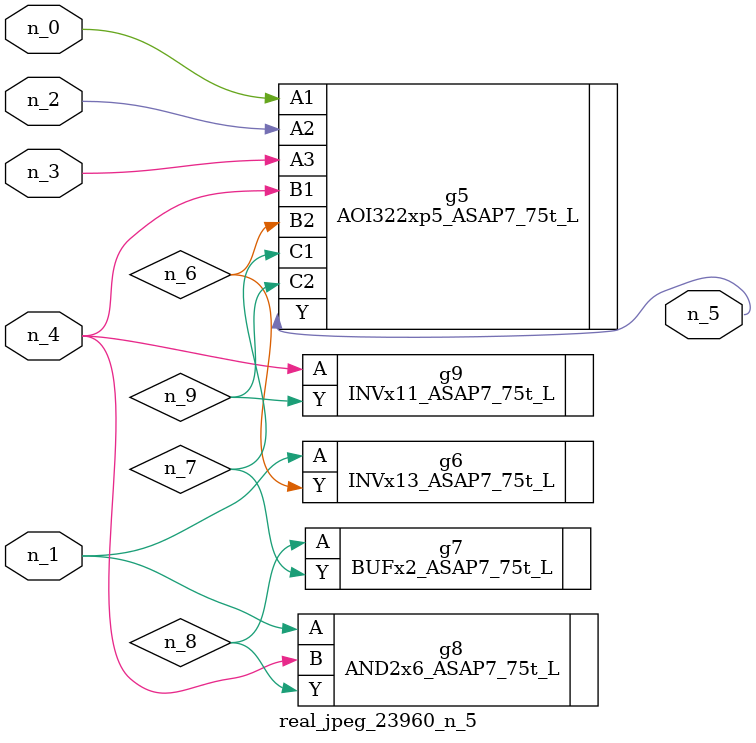
<source format=v>
module real_jpeg_23960_n_5 (n_4, n_0, n_1, n_2, n_3, n_5);

input n_4;
input n_0;
input n_1;
input n_2;
input n_3;

output n_5;

wire n_8;
wire n_6;
wire n_7;
wire n_9;

AOI322xp5_ASAP7_75t_L g5 ( 
.A1(n_0),
.A2(n_2),
.A3(n_3),
.B1(n_4),
.B2(n_6),
.C1(n_7),
.C2(n_9),
.Y(n_5)
);

INVx13_ASAP7_75t_L g6 ( 
.A(n_1),
.Y(n_6)
);

AND2x6_ASAP7_75t_L g8 ( 
.A(n_1),
.B(n_4),
.Y(n_8)
);

INVx11_ASAP7_75t_L g9 ( 
.A(n_4),
.Y(n_9)
);

BUFx2_ASAP7_75t_L g7 ( 
.A(n_8),
.Y(n_7)
);


endmodule
</source>
